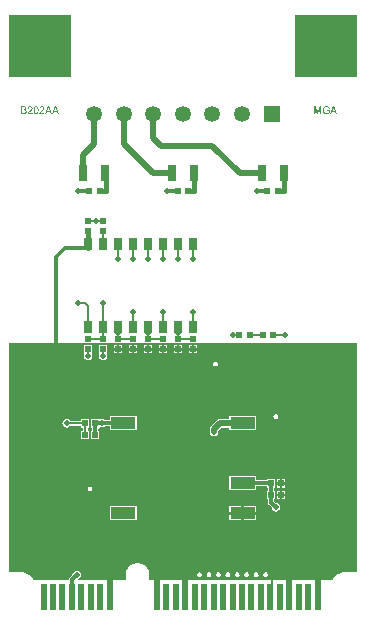
<source format=gtl>
G04*
G04 #@! TF.GenerationSoftware,Altium Limited,Altium Designer,22.1.2 (22)*
G04*
G04 Layer_Physical_Order=1*
G04 Layer_Color=255*
%FSLAX25Y25*%
%MOIN*%
G70*
G04*
G04 #@! TF.SameCoordinates,DC6CBC75-D83B-4164-BAAA-666503FEC379*
G04*
G04*
G04 #@! TF.FilePolarity,Positive*
G04*
G01*
G75*
%ADD11C,0.00787*%
%ADD14R,0.02047X0.01850*%
%ADD15R,0.02756X0.03937*%
%ADD16R,0.01850X0.02047*%
%ADD17R,0.02756X0.05512*%
%ADD18R,0.01968X0.02362*%
%ADD19R,0.08268X0.03937*%
%ADD33R,0.02362X0.09055*%
%ADD34C,0.01181*%
%ADD35C,0.01968*%
%ADD36C,0.01575*%
%ADD37R,0.05315X0.05315*%
%ADD38C,0.05315*%
%ADD39R,0.20866X0.20866*%
%ADD40C,0.01968*%
G36*
X73209Y807D02*
X68898D01*
X68873Y802D01*
X68848Y805D01*
X68540Y790D01*
X68468Y772D01*
X68393D01*
X67788Y652D01*
X67696Y614D01*
X67599Y595D01*
X67029Y358D01*
X66947Y303D01*
X66855Y266D01*
X66342Y-77D01*
X66272Y-147D01*
X66190Y-202D01*
X65753Y-639D01*
X65698Y-721D01*
X65629Y-791D01*
X65286Y-1304D01*
X65248Y-1396D01*
X65193Y-1478D01*
X65003Y-1936D01*
X3956D01*
Y0D01*
X3950Y33D01*
X3954Y66D01*
X3929Y451D01*
X3903Y546D01*
X3897Y645D01*
X3697Y1390D01*
X3639Y1508D01*
X3597Y1632D01*
X3212Y2299D01*
X3125Y2398D01*
X3052Y2507D01*
X2507Y3052D01*
X2398Y3125D01*
X2299Y3212D01*
X1632Y3597D01*
X1507Y3639D01*
X1390Y3697D01*
X645Y3897D01*
X514Y3905D01*
X385Y3931D01*
X-385D01*
X-514Y3905D01*
X-645Y3897D01*
X-1390Y3697D01*
X-1508Y3639D01*
X-1632Y3597D01*
X-2299Y3212D01*
X-2398Y3125D01*
X-2507Y3052D01*
X-3052Y2507D01*
X-3125Y2398D01*
X-3212Y2299D01*
X-3597Y1632D01*
X-3639Y1507D01*
X-3697Y1390D01*
X-3897Y645D01*
X-3903Y546D01*
X-3929Y451D01*
X-3954Y66D01*
X-3950Y33D01*
X-3956Y0D01*
Y-1936D01*
X-19615D01*
X-19914Y-1436D01*
X-19853Y-1321D01*
X-19738Y-1298D01*
X-19282Y-993D01*
X-18978Y-538D01*
X-18871Y0D01*
X-18978Y538D01*
X-19282Y993D01*
X-19738Y1298D01*
X-20276Y1405D01*
X-20813Y1298D01*
X-21269Y993D01*
X-21574Y538D01*
X-21677Y18D01*
X-22560Y-865D01*
X-22777Y-1191D01*
X-22854Y-1575D01*
Y-1936D01*
X-34688D01*
X-34878Y-1478D01*
X-34933Y-1396D01*
X-34971Y-1304D01*
X-35314Y-791D01*
X-35383Y-721D01*
X-35438Y-639D01*
X-35875Y-202D01*
X-35957Y-147D01*
X-36027Y-77D01*
X-36540Y266D01*
X-36632Y303D01*
X-36714Y358D01*
X-37284Y595D01*
X-37381Y614D01*
X-37473Y652D01*
X-38078Y772D01*
X-38153D01*
X-38225Y790D01*
X-38533Y805D01*
X-38558Y802D01*
X-38583Y807D01*
X-42894D01*
Y77121D01*
X73209D01*
Y807D01*
D02*
G37*
G36*
X63101Y156130D02*
X63130D01*
X63199Y156122D01*
X63276Y156111D01*
X63356Y156093D01*
X63443Y156071D01*
X63527Y156042D01*
X63531D01*
X63538Y156038D01*
X63549Y156035D01*
X63563Y156028D01*
X63603Y156006D01*
X63654Y155980D01*
X63709Y155944D01*
X63767Y155900D01*
X63822Y155853D01*
X63873Y155795D01*
X63880Y155787D01*
X63895Y155765D01*
X63916Y155733D01*
X63946Y155685D01*
X63975Y155627D01*
X64007Y155554D01*
X64040Y155474D01*
X64066Y155383D01*
X63763Y155303D01*
Y155307D01*
X63760Y155310D01*
X63756Y155322D01*
X63753Y155336D01*
X63742Y155369D01*
X63727Y155412D01*
X63705Y155463D01*
X63680Y155511D01*
X63654Y155562D01*
X63622Y155605D01*
X63618Y155609D01*
X63607Y155624D01*
X63585Y155642D01*
X63560Y155667D01*
X63527Y155696D01*
X63483Y155726D01*
X63436Y155755D01*
X63381Y155780D01*
X63374Y155784D01*
X63356Y155791D01*
X63323Y155802D01*
X63279Y155816D01*
X63228Y155827D01*
X63170Y155838D01*
X63105Y155846D01*
X63036Y155849D01*
X62995D01*
X62977Y155846D01*
X62955D01*
X62901Y155842D01*
X62839Y155831D01*
X62770Y155820D01*
X62704Y155802D01*
X62639Y155776D01*
X62631Y155773D01*
X62610Y155765D01*
X62581Y155747D01*
X62544Y155729D01*
X62500Y155700D01*
X62453Y155671D01*
X62409Y155634D01*
X62369Y155595D01*
X62366Y155591D01*
X62351Y155576D01*
X62333Y155551D01*
X62311Y155522D01*
X62286Y155485D01*
X62260Y155442D01*
X62235Y155394D01*
X62209Y155343D01*
Y155340D01*
X62206Y155332D01*
X62202Y155322D01*
X62195Y155303D01*
X62187Y155281D01*
X62180Y155256D01*
X62169Y155227D01*
X62162Y155194D01*
X62144Y155118D01*
X62129Y155030D01*
X62118Y154939D01*
X62115Y154837D01*
Y154834D01*
Y154823D01*
Y154805D01*
X62118Y154783D01*
Y154754D01*
X62122Y154717D01*
X62125Y154681D01*
X62129Y154641D01*
X62144Y154550D01*
X62162Y154455D01*
X62191Y154360D01*
X62227Y154270D01*
Y154266D01*
X62235Y154259D01*
X62238Y154248D01*
X62249Y154233D01*
X62275Y154193D01*
X62315Y154142D01*
X62362Y154087D01*
X62420Y154033D01*
X62489Y153982D01*
X62566Y153935D01*
X62570D01*
X62577Y153931D01*
X62588Y153924D01*
X62606Y153916D01*
X62624Y153909D01*
X62650Y153902D01*
X62708Y153880D01*
X62781Y153862D01*
X62861Y153844D01*
X62948Y153829D01*
X63039Y153825D01*
X63076D01*
X63097Y153829D01*
X63119D01*
X63174Y153836D01*
X63239Y153844D01*
X63309Y153858D01*
X63385Y153880D01*
X63461Y153905D01*
X63465D01*
X63472Y153909D01*
X63480Y153913D01*
X63494Y153920D01*
X63534Y153938D01*
X63578Y153960D01*
X63629Y153986D01*
X63683Y154015D01*
X63734Y154048D01*
X63778Y154084D01*
Y154557D01*
X63036D01*
Y154856D01*
X64106D01*
Y153920D01*
X64102Y153916D01*
X64095Y153913D01*
X64080Y153902D01*
X64062Y153887D01*
X64040Y153873D01*
X64015Y153855D01*
X63982Y153833D01*
X63949Y153811D01*
X63873Y153763D01*
X63785Y153713D01*
X63694Y153665D01*
X63596Y153625D01*
X63592D01*
X63585Y153622D01*
X63571Y153618D01*
X63552Y153611D01*
X63527Y153603D01*
X63498Y153593D01*
X63465Y153585D01*
X63432Y153578D01*
X63352Y153560D01*
X63261Y153542D01*
X63163Y153531D01*
X63061Y153527D01*
X63025D01*
X62999Y153531D01*
X62966D01*
X62926Y153534D01*
X62883Y153542D01*
X62835Y153545D01*
X62730Y153567D01*
X62617Y153593D01*
X62500Y153632D01*
X62442Y153654D01*
X62384Y153683D01*
X62380Y153687D01*
X62369Y153691D01*
X62355Y153702D01*
X62333Y153713D01*
X62308Y153731D01*
X62282Y153749D01*
X62213Y153800D01*
X62140Y153866D01*
X62064Y153946D01*
X61991Y154036D01*
X61925Y154142D01*
Y154146D01*
X61918Y154157D01*
X61911Y154171D01*
X61900Y154197D01*
X61889Y154222D01*
X61878Y154259D01*
X61863Y154295D01*
X61849Y154339D01*
X61834Y154386D01*
X61820Y154441D01*
X61809Y154495D01*
X61798Y154553D01*
X61780Y154681D01*
X61772Y154815D01*
Y154819D01*
Y154834D01*
Y154852D01*
X61776Y154877D01*
Y154910D01*
X61780Y154950D01*
X61787Y154990D01*
X61791Y155037D01*
X61802Y155088D01*
X61809Y155143D01*
X61838Y155260D01*
X61874Y155380D01*
X61925Y155500D01*
X61929Y155503D01*
X61933Y155514D01*
X61940Y155529D01*
X61954Y155551D01*
X61969Y155580D01*
X61987Y155609D01*
X62038Y155678D01*
X62100Y155758D01*
X62177Y155835D01*
X62264Y155911D01*
X62315Y155944D01*
X62366Y155977D01*
X62369Y155980D01*
X62380Y155984D01*
X62395Y155991D01*
X62417Y156002D01*
X62446Y156013D01*
X62479Y156028D01*
X62515Y156042D01*
X62559Y156057D01*
X62606Y156071D01*
X62657Y156082D01*
X62712Y156097D01*
X62770Y156108D01*
X62897Y156126D01*
X62963Y156133D01*
X63079D01*
X63101Y156130D01*
D02*
G37*
G36*
X61317Y153571D02*
X60997D01*
Y155678D01*
X60262Y153571D01*
X59963D01*
X59235Y155715D01*
Y153571D01*
X58915D01*
Y156089D01*
X59414D01*
X60011Y154302D01*
Y154299D01*
X60014Y154291D01*
X60018Y154280D01*
X60025Y154262D01*
X60040Y154218D01*
X60058Y154164D01*
X60076Y154102D01*
X60098Y154040D01*
X60116Y153982D01*
X60131Y153931D01*
X60134Y153938D01*
X60138Y153956D01*
X60149Y153989D01*
X60164Y154033D01*
X60182Y154091D01*
X60207Y154160D01*
X60233Y154240D01*
X60265Y154335D01*
X60870Y156089D01*
X61317D01*
Y153571D01*
D02*
G37*
G36*
X66676D02*
X66297D01*
X66002Y154335D01*
X64947D01*
X64674Y153571D01*
X64320D01*
X65281Y156089D01*
X65645D01*
X66676Y153571D01*
D02*
G37*
G36*
X-26149Y153587D02*
X-26527D01*
X-26822Y154351D01*
X-27878D01*
X-28150Y153587D01*
X-28875D01*
X-29170Y154351D01*
X-30225D01*
X-30498Y153587D01*
X-30851D01*
X-29890Y156106D01*
X-29526D01*
X-28500Y153596D01*
X-27543Y156106D01*
X-27179D01*
X-26149Y153587D01*
D02*
G37*
G36*
X-31765Y156113D02*
X-31736Y156109D01*
X-31699Y156106D01*
X-31659Y156099D01*
X-31620Y156091D01*
X-31525Y156066D01*
X-31430Y156029D01*
X-31383Y156008D01*
X-31335Y155982D01*
X-31292Y155949D01*
X-31252Y155913D01*
X-31248Y155909D01*
X-31241Y155906D01*
X-31234Y155891D01*
X-31219Y155877D01*
X-31201Y155858D01*
X-31183Y155833D01*
X-31164Y155807D01*
X-31143Y155775D01*
X-31106Y155705D01*
X-31070Y155618D01*
X-31055Y155574D01*
X-31048Y155524D01*
X-31041Y155473D01*
X-31037Y155418D01*
Y155411D01*
Y155392D01*
X-31041Y155363D01*
X-31044Y155323D01*
X-31052Y155280D01*
X-31066Y155229D01*
X-31081Y155174D01*
X-31103Y155119D01*
X-31106Y155112D01*
X-31113Y155094D01*
X-31128Y155065D01*
X-31150Y155025D01*
X-31179Y154981D01*
X-31215Y154927D01*
X-31259Y154872D01*
X-31310Y154810D01*
X-31317Y154803D01*
X-31335Y154781D01*
X-31354Y154763D01*
X-31372Y154745D01*
X-31394Y154723D01*
X-31423Y154694D01*
X-31452Y154664D01*
X-31488Y154632D01*
X-31525Y154595D01*
X-31569Y154555D01*
X-31616Y154515D01*
X-31667Y154468D01*
X-31725Y154421D01*
X-31783Y154370D01*
X-31787Y154366D01*
X-31794Y154359D01*
X-31809Y154348D01*
X-31827Y154333D01*
X-31849Y154311D01*
X-31874Y154289D01*
X-31933Y154242D01*
X-31994Y154188D01*
X-32053Y154133D01*
X-32104Y154086D01*
X-32125Y154068D01*
X-32144Y154049D01*
X-32147Y154046D01*
X-32158Y154035D01*
X-32173Y154020D01*
X-32191Y153998D01*
X-32209Y153973D01*
X-32231Y153947D01*
X-32275Y153885D01*
X-31033D01*
Y153587D01*
X-32704D01*
Y153591D01*
Y153605D01*
Y153627D01*
X-32700Y153656D01*
X-32697Y153689D01*
X-32690Y153725D01*
X-32682Y153762D01*
X-32668Y153802D01*
Y153805D01*
X-32664Y153809D01*
X-32657Y153831D01*
X-32642Y153864D01*
X-32620Y153907D01*
X-32591Y153958D01*
X-32555Y154016D01*
X-32515Y154075D01*
X-32464Y154137D01*
Y154140D01*
X-32457Y154144D01*
X-32438Y154166D01*
X-32406Y154199D01*
X-32358Y154246D01*
X-32304Y154300D01*
X-32235Y154366D01*
X-32151Y154439D01*
X-32060Y154515D01*
X-32056Y154519D01*
X-32042Y154530D01*
X-32020Y154548D01*
X-31994Y154570D01*
X-31962Y154599D01*
X-31922Y154632D01*
X-31881Y154668D01*
X-31834Y154708D01*
X-31743Y154796D01*
X-31652Y154883D01*
X-31609Y154927D01*
X-31569Y154970D01*
X-31532Y155010D01*
X-31503Y155050D01*
Y155054D01*
X-31496Y155058D01*
X-31488Y155069D01*
X-31481Y155083D01*
X-31456Y155123D01*
X-31427Y155170D01*
X-31401Y155229D01*
X-31376Y155290D01*
X-31361Y155360D01*
X-31354Y155425D01*
Y155429D01*
Y155432D01*
X-31357Y155454D01*
X-31361Y155491D01*
X-31372Y155531D01*
X-31387Y155582D01*
X-31412Y155633D01*
X-31445Y155684D01*
X-31488Y155735D01*
X-31496Y155742D01*
X-31514Y155756D01*
X-31539Y155775D01*
X-31579Y155800D01*
X-31630Y155822D01*
X-31689Y155844D01*
X-31758Y155858D01*
X-31834Y155862D01*
X-31856D01*
X-31871Y155858D01*
X-31914Y155855D01*
X-31965Y155844D01*
X-32020Y155829D01*
X-32082Y155804D01*
X-32140Y155771D01*
X-32195Y155727D01*
X-32202Y155720D01*
X-32216Y155702D01*
X-32238Y155673D01*
X-32260Y155629D01*
X-32286Y155578D01*
X-32307Y155513D01*
X-32322Y155440D01*
X-32329Y155356D01*
X-32646Y155389D01*
Y155392D01*
X-32642Y155403D01*
Y155422D01*
X-32639Y155447D01*
X-32631Y155476D01*
X-32624Y155509D01*
X-32613Y155549D01*
X-32602Y155589D01*
X-32573Y155676D01*
X-32530Y155764D01*
X-32504Y155807D01*
X-32471Y155851D01*
X-32438Y155891D01*
X-32402Y155928D01*
X-32398Y155931D01*
X-32391Y155935D01*
X-32380Y155946D01*
X-32362Y155957D01*
X-32340Y155971D01*
X-32315Y155986D01*
X-32286Y156004D01*
X-32249Y156022D01*
X-32209Y156040D01*
X-32165Y156059D01*
X-32118Y156073D01*
X-32067Y156088D01*
X-32013Y156099D01*
X-31954Y156109D01*
X-31892Y156113D01*
X-31827Y156117D01*
X-31791D01*
X-31765Y156113D01*
D02*
G37*
G36*
X-35682D02*
X-35653Y156109D01*
X-35616Y156106D01*
X-35576Y156099D01*
X-35536Y156091D01*
X-35441Y156066D01*
X-35347Y156029D01*
X-35300Y156008D01*
X-35252Y155982D01*
X-35208Y155949D01*
X-35168Y155913D01*
X-35165Y155909D01*
X-35157Y155906D01*
X-35150Y155891D01*
X-35136Y155877D01*
X-35118Y155858D01*
X-35099Y155833D01*
X-35081Y155807D01*
X-35059Y155775D01*
X-35023Y155705D01*
X-34986Y155618D01*
X-34972Y155574D01*
X-34965Y155524D01*
X-34957Y155473D01*
X-34954Y155418D01*
Y155411D01*
Y155392D01*
X-34957Y155363D01*
X-34961Y155323D01*
X-34968Y155280D01*
X-34983Y155229D01*
X-34997Y155174D01*
X-35019Y155119D01*
X-35023Y155112D01*
X-35030Y155094D01*
X-35045Y155065D01*
X-35067Y155025D01*
X-35096Y154981D01*
X-35132Y154927D01*
X-35176Y154872D01*
X-35227Y154810D01*
X-35234Y154803D01*
X-35252Y154781D01*
X-35270Y154763D01*
X-35289Y154745D01*
X-35310Y154723D01*
X-35339Y154694D01*
X-35369Y154664D01*
X-35405Y154632D01*
X-35441Y154595D01*
X-35485Y154555D01*
X-35533Y154515D01*
X-35583Y154468D01*
X-35642Y154421D01*
X-35700Y154370D01*
X-35704Y154366D01*
X-35711Y154359D01*
X-35725Y154348D01*
X-35744Y154333D01*
X-35765Y154311D01*
X-35791Y154289D01*
X-35849Y154242D01*
X-35911Y154188D01*
X-35969Y154133D01*
X-36020Y154086D01*
X-36042Y154068D01*
X-36060Y154049D01*
X-36064Y154046D01*
X-36075Y154035D01*
X-36089Y154020D01*
X-36108Y153998D01*
X-36126Y153973D01*
X-36148Y153947D01*
X-36191Y153885D01*
X-34950D01*
Y153587D01*
X-36621D01*
Y153591D01*
Y153605D01*
Y153627D01*
X-36617Y153656D01*
X-36614Y153689D01*
X-36606Y153725D01*
X-36599Y153762D01*
X-36584Y153802D01*
Y153805D01*
X-36581Y153809D01*
X-36573Y153831D01*
X-36559Y153864D01*
X-36537Y153907D01*
X-36508Y153958D01*
X-36472Y154016D01*
X-36432Y154075D01*
X-36381Y154137D01*
Y154140D01*
X-36373Y154144D01*
X-36355Y154166D01*
X-36322Y154199D01*
X-36275Y154246D01*
X-36220Y154300D01*
X-36151Y154366D01*
X-36068Y154439D01*
X-35976Y154515D01*
X-35973Y154519D01*
X-35958Y154530D01*
X-35936Y154548D01*
X-35911Y154570D01*
X-35878Y154599D01*
X-35838Y154632D01*
X-35798Y154668D01*
X-35751Y154708D01*
X-35660Y154796D01*
X-35569Y154883D01*
X-35525Y154927D01*
X-35485Y154970D01*
X-35449Y155010D01*
X-35420Y155050D01*
Y155054D01*
X-35412Y155058D01*
X-35405Y155069D01*
X-35398Y155083D01*
X-35372Y155123D01*
X-35343Y155170D01*
X-35318Y155229D01*
X-35292Y155290D01*
X-35278Y155360D01*
X-35270Y155425D01*
Y155429D01*
Y155432D01*
X-35274Y155454D01*
X-35278Y155491D01*
X-35289Y155531D01*
X-35303Y155582D01*
X-35329Y155633D01*
X-35361Y155684D01*
X-35405Y155735D01*
X-35412Y155742D01*
X-35430Y155756D01*
X-35456Y155775D01*
X-35496Y155800D01*
X-35547Y155822D01*
X-35605Y155844D01*
X-35674Y155858D01*
X-35751Y155862D01*
X-35773D01*
X-35787Y155858D01*
X-35831Y155855D01*
X-35882Y155844D01*
X-35936Y155829D01*
X-35998Y155804D01*
X-36057Y155771D01*
X-36111Y155727D01*
X-36119Y155720D01*
X-36133Y155702D01*
X-36155Y155673D01*
X-36177Y155629D01*
X-36202Y155578D01*
X-36224Y155513D01*
X-36239Y155440D01*
X-36246Y155356D01*
X-36563Y155389D01*
Y155392D01*
X-36559Y155403D01*
Y155422D01*
X-36555Y155447D01*
X-36548Y155476D01*
X-36541Y155509D01*
X-36530Y155549D01*
X-36519Y155589D01*
X-36490Y155676D01*
X-36446Y155764D01*
X-36421Y155807D01*
X-36388Y155851D01*
X-36355Y155891D01*
X-36319Y155928D01*
X-36315Y155931D01*
X-36308Y155935D01*
X-36297Y155946D01*
X-36279Y155957D01*
X-36257Y155971D01*
X-36231Y155986D01*
X-36202Y156004D01*
X-36166Y156022D01*
X-36126Y156040D01*
X-36082Y156059D01*
X-36035Y156073D01*
X-35984Y156088D01*
X-35929Y156099D01*
X-35871Y156109D01*
X-35809Y156113D01*
X-35744Y156117D01*
X-35707D01*
X-35682Y156113D01*
D02*
G37*
G36*
X-37797Y156102D02*
X-37767D01*
X-37702Y156095D01*
X-37629Y156088D01*
X-37553Y156073D01*
X-37476Y156055D01*
X-37407Y156029D01*
X-37403D01*
X-37400Y156026D01*
X-37378Y156015D01*
X-37345Y155997D01*
X-37309Y155971D01*
X-37265Y155938D01*
X-37218Y155898D01*
X-37174Y155847D01*
X-37134Y155793D01*
X-37130Y155786D01*
X-37119Y155764D01*
X-37101Y155735D01*
X-37083Y155691D01*
X-37065Y155640D01*
X-37047Y155585D01*
X-37036Y155524D01*
X-37032Y155462D01*
Y155454D01*
Y155436D01*
X-37036Y155403D01*
X-37043Y155363D01*
X-37054Y155316D01*
X-37072Y155265D01*
X-37094Y155214D01*
X-37123Y155159D01*
X-37127Y155152D01*
X-37138Y155138D01*
X-37159Y155108D01*
X-37189Y155079D01*
X-37225Y155043D01*
X-37269Y155003D01*
X-37323Y154967D01*
X-37385Y154930D01*
X-37382D01*
X-37374Y154927D01*
X-37363Y154923D01*
X-37349Y154916D01*
X-37305Y154901D01*
X-37254Y154876D01*
X-37200Y154843D01*
X-37138Y154803D01*
X-37083Y154755D01*
X-37032Y154697D01*
X-37029Y154690D01*
X-37014Y154668D01*
X-36992Y154635D01*
X-36970Y154592D01*
X-36948Y154533D01*
X-36927Y154472D01*
X-36912Y154399D01*
X-36908Y154319D01*
Y154315D01*
Y154311D01*
Y154289D01*
X-36912Y154253D01*
X-36919Y154209D01*
X-36927Y154158D01*
X-36941Y154104D01*
X-36959Y154046D01*
X-36985Y153987D01*
X-36988Y153980D01*
X-36999Y153962D01*
X-37014Y153936D01*
X-37036Y153900D01*
X-37065Y153864D01*
X-37094Y153824D01*
X-37130Y153784D01*
X-37170Y153751D01*
X-37174Y153747D01*
X-37189Y153736D01*
X-37214Y153722D01*
X-37247Y153707D01*
X-37287Y153685D01*
X-37334Y153663D01*
X-37385Y153645D01*
X-37447Y153627D01*
X-37454D01*
X-37476Y153620D01*
X-37513Y153616D01*
X-37560Y153609D01*
X-37618Y153602D01*
X-37687Y153594D01*
X-37764Y153591D01*
X-37851Y153587D01*
X-38812D01*
Y156106D01*
X-37822D01*
X-37797Y156102D01*
D02*
G37*
G36*
X-33723Y156113D02*
X-33676Y156106D01*
X-33621Y156095D01*
X-33563Y156080D01*
X-33501Y156062D01*
X-33443Y156033D01*
X-33439D01*
X-33436Y156029D01*
X-33418Y156018D01*
X-33389Y156000D01*
X-33352Y155975D01*
X-33312Y155938D01*
X-33268Y155898D01*
X-33228Y155851D01*
X-33188Y155797D01*
X-33185Y155789D01*
X-33170Y155771D01*
X-33156Y155738D01*
X-33130Y155691D01*
X-33108Y155636D01*
X-33079Y155574D01*
X-33054Y155502D01*
X-33032Y155422D01*
Y155418D01*
X-33028Y155411D01*
X-33024Y155400D01*
X-33021Y155382D01*
X-33017Y155360D01*
X-33014Y155334D01*
X-33006Y155301D01*
X-33003Y155265D01*
X-32995Y155225D01*
X-32992Y155181D01*
X-32988Y155130D01*
X-32981Y155079D01*
X-32977Y155021D01*
Y154963D01*
X-32974Y154897D01*
Y154828D01*
Y154825D01*
Y154810D01*
Y154785D01*
Y154755D01*
X-32977Y154715D01*
Y154672D01*
X-32981Y154624D01*
X-32984Y154573D01*
X-32995Y154457D01*
X-33014Y154337D01*
X-33035Y154220D01*
X-33050Y154166D01*
X-33068Y154111D01*
Y154107D01*
X-33072Y154100D01*
X-33079Y154086D01*
X-33086Y154068D01*
X-33094Y154042D01*
X-33108Y154016D01*
X-33137Y153955D01*
X-33174Y153889D01*
X-33221Y153816D01*
X-33276Y153751D01*
X-33341Y153689D01*
X-33345D01*
X-33349Y153682D01*
X-33359Y153674D01*
X-33374Y153667D01*
X-33392Y153656D01*
X-33410Y153642D01*
X-33465Y153616D01*
X-33531Y153591D01*
X-33607Y153565D01*
X-33698Y153551D01*
X-33796Y153543D01*
X-33833D01*
X-33858Y153547D01*
X-33887Y153551D01*
X-33924Y153558D01*
X-33964Y153565D01*
X-34007Y153576D01*
X-34051Y153591D01*
X-34098Y153605D01*
X-34146Y153627D01*
X-34193Y153653D01*
X-34240Y153682D01*
X-34288Y153718D01*
X-34331Y153758D01*
X-34371Y153802D01*
X-34375Y153805D01*
X-34382Y153816D01*
X-34393Y153834D01*
X-34411Y153864D01*
X-34429Y153896D01*
X-34448Y153940D01*
X-34473Y153991D01*
X-34495Y154049D01*
X-34517Y154115D01*
X-34539Y154191D01*
X-34561Y154275D01*
X-34579Y154370D01*
X-34597Y154472D01*
X-34608Y154581D01*
X-34615Y154701D01*
X-34619Y154828D01*
Y154832D01*
Y154846D01*
Y154872D01*
Y154901D01*
X-34615Y154941D01*
Y154985D01*
X-34611Y155032D01*
X-34608Y155087D01*
X-34597Y155200D01*
X-34579Y155320D01*
X-34557Y155440D01*
X-34542Y155494D01*
X-34528Y155549D01*
Y155553D01*
X-34524Y155560D01*
X-34517Y155574D01*
X-34510Y155593D01*
X-34502Y155618D01*
X-34488Y155644D01*
X-34459Y155705D01*
X-34422Y155771D01*
X-34375Y155840D01*
X-34320Y155909D01*
X-34255Y155968D01*
X-34251D01*
X-34247Y155975D01*
X-34237Y155982D01*
X-34222Y155989D01*
X-34204Y156004D01*
X-34182Y156015D01*
X-34127Y156044D01*
X-34062Y156070D01*
X-33985Y156095D01*
X-33895Y156109D01*
X-33796Y156117D01*
X-33763D01*
X-33723Y156113D01*
D02*
G37*
%LPC*%
G36*
X19988Y76398D02*
X18965D01*
Y75472D01*
X19988D01*
Y76398D01*
D02*
G37*
G36*
X14988D02*
X13965D01*
Y75472D01*
X14988D01*
Y76398D01*
D02*
G37*
G36*
X9988D02*
X8965D01*
Y75472D01*
X9988D01*
Y76398D01*
D02*
G37*
G36*
X4988D02*
X3965D01*
Y75472D01*
X4988D01*
Y76398D01*
D02*
G37*
G36*
X-12D02*
X-1035D01*
Y75472D01*
X-12D01*
Y76398D01*
D02*
G37*
G36*
X-5012D02*
X-6035D01*
Y75472D01*
X-5012D01*
Y76398D01*
D02*
G37*
G36*
X18177D02*
X17154D01*
Y75472D01*
X18177D01*
Y76398D01*
D02*
G37*
G36*
X-6823D02*
X-7846D01*
Y75472D01*
X-6823D01*
Y76398D01*
D02*
G37*
G36*
X-1823D02*
X-2847D01*
Y75472D01*
X-1823D01*
Y76398D01*
D02*
G37*
G36*
X13177D02*
X12154D01*
Y75472D01*
X13177D01*
Y76398D01*
D02*
G37*
G36*
X3177D02*
X2153D01*
Y75472D01*
X3177D01*
Y76398D01*
D02*
G37*
G36*
X8177D02*
X7153D01*
Y75472D01*
X8177D01*
Y76398D01*
D02*
G37*
G36*
X19988Y74685D02*
X18965D01*
Y73760D01*
X19988D01*
Y74685D01*
D02*
G37*
G36*
X18177D02*
X17154D01*
Y73760D01*
X18177D01*
Y74685D01*
D02*
G37*
G36*
X14988D02*
X13965D01*
Y73760D01*
X14988D01*
Y74685D01*
D02*
G37*
G36*
X13177D02*
X12154D01*
Y73760D01*
X13177D01*
Y74685D01*
D02*
G37*
G36*
X9988D02*
X8965D01*
Y73760D01*
X9988D01*
Y74685D01*
D02*
G37*
G36*
X8177D02*
X7153D01*
Y73760D01*
X8177D01*
Y74685D01*
D02*
G37*
G36*
X4988D02*
X3965D01*
Y73760D01*
X4988D01*
Y74685D01*
D02*
G37*
G36*
X3177D02*
X2153D01*
Y73760D01*
X3177D01*
Y74685D01*
D02*
G37*
G36*
X-12D02*
X-1035D01*
Y73760D01*
X-12D01*
Y74685D01*
D02*
G37*
G36*
X-1823D02*
X-2847D01*
Y73760D01*
X-1823D01*
Y74685D01*
D02*
G37*
G36*
X-5012D02*
X-6035D01*
Y73760D01*
X-5012D01*
Y74685D01*
D02*
G37*
G36*
X-6823D02*
X-7846D01*
Y73760D01*
X-6823D01*
Y74685D01*
D02*
G37*
G36*
X-10012Y76398D02*
X-12846D01*
Y73760D01*
X-12846Y73760D01*
X-12750Y73260D01*
X-12834Y72835D01*
X-12727Y72297D01*
X-12423Y71841D01*
X-11967Y71537D01*
X-11429Y71430D01*
X-10892Y71537D01*
X-10436Y71841D01*
X-10131Y72297D01*
X-10024Y72835D01*
X-10109Y73260D01*
X-10012Y73760D01*
X-10012D01*
Y76398D01*
D02*
G37*
G36*
X-15012D02*
X-17846D01*
Y73760D01*
X-17846Y73760D01*
X-17750Y73260D01*
X-17834Y72835D01*
X-17727Y72297D01*
X-17423Y71841D01*
X-16967Y71537D01*
X-16429Y71430D01*
X-15891Y71537D01*
X-15436Y71841D01*
X-15131Y72297D01*
X-15024Y72835D01*
X-15109Y73260D01*
X-15012Y73760D01*
X-15012D01*
Y76398D01*
D02*
G37*
G36*
X26047Y71078D02*
X25740Y71017D01*
X25480Y70843D01*
X25306Y70583D01*
X25244Y70276D01*
X25306Y69968D01*
X25480Y69708D01*
X25740Y69534D01*
X26047Y69473D01*
X26355Y69534D01*
X26615Y69708D01*
X26789Y69968D01*
X26850Y70276D01*
X26789Y70583D01*
X26615Y70843D01*
X26355Y71017D01*
X26047Y71078D01*
D02*
G37*
G36*
X46122Y53559D02*
X45815Y53498D01*
X45554Y53324D01*
X45380Y53063D01*
X45319Y52756D01*
X45380Y52449D01*
X45554Y52188D01*
X45815Y52014D01*
X46122Y51953D01*
X46429Y52014D01*
X46690Y52188D01*
X46864Y52449D01*
X46925Y52756D01*
X46864Y53063D01*
X46690Y53324D01*
X46429Y53498D01*
X46122Y53559D01*
D02*
G37*
G36*
X-197Y52795D02*
X-9252D01*
Y51437D01*
X-10780D01*
X-10818Y51493D01*
X-11273Y51798D01*
X-11811Y51905D01*
X-12236Y51820D01*
X-12736Y51850D01*
X-12736Y51850D01*
X-12736Y51850D01*
X-15374D01*
Y49016D01*
X-15059D01*
Y47913D01*
X-15374D01*
Y45079D01*
X-12736D01*
Y47913D01*
X-13052D01*
Y48674D01*
X-12736Y49016D01*
X-12236Y49180D01*
X-11811Y49095D01*
X-11273Y49202D01*
X-10933Y49430D01*
X-9252D01*
Y48071D01*
X-197D01*
Y52795D01*
D02*
G37*
G36*
X-16122Y51850D02*
X-18760D01*
Y51236D01*
X-22501D01*
X-22629Y51427D01*
X-23084Y51731D01*
X-23622Y51838D01*
X-24160Y51731D01*
X-24615Y51427D01*
X-24920Y50971D01*
X-25027Y50433D01*
X-24920Y49895D01*
X-24615Y49440D01*
X-24160Y49135D01*
X-23622Y49028D01*
X-23084Y49135D01*
X-22629Y49440D01*
X-22501Y49630D01*
X-18760D01*
Y49016D01*
X-18244D01*
Y47913D01*
X-18760D01*
Y45079D01*
X-16122D01*
Y47913D01*
X-16638D01*
Y49016D01*
X-16122D01*
Y51850D01*
D02*
G37*
G36*
X39567Y52795D02*
X30512D01*
Y51838D01*
X27433D01*
X26895Y51731D01*
X26440Y51427D01*
X24507Y49494D01*
X24202Y49038D01*
X24095Y48500D01*
Y47500D01*
X24202Y46962D01*
X24507Y46507D01*
X24962Y46202D01*
X25500Y46095D01*
X26038Y46202D01*
X26493Y46507D01*
X26798Y46962D01*
X26905Y47500D01*
Y47918D01*
X28015Y49028D01*
X30512D01*
Y48071D01*
X39567D01*
Y52795D01*
D02*
G37*
G36*
X49272Y31850D02*
X48346D01*
Y30827D01*
X49272D01*
Y31850D01*
D02*
G37*
G36*
X47559D02*
X46634D01*
Y30827D01*
X47559D01*
Y31850D01*
D02*
G37*
G36*
X49272Y30039D02*
X48346D01*
Y29016D01*
X49272D01*
Y30039D01*
D02*
G37*
G36*
X47559D02*
X46634D01*
Y29016D01*
X47559D01*
Y30039D01*
D02*
G37*
G36*
X-15807Y29346D02*
X-16114Y29285D01*
X-16375Y29111D01*
X-16549Y28850D01*
X-16610Y28543D01*
X-16549Y28236D01*
X-16375Y27976D01*
X-16114Y27802D01*
X-15807Y27740D01*
X-15500Y27802D01*
X-15239Y27976D01*
X-15065Y28236D01*
X-15004Y28543D01*
X-15065Y28850D01*
X-15239Y29111D01*
X-15500Y29285D01*
X-15807Y29346D01*
D02*
G37*
G36*
X49272Y27913D02*
X48346D01*
Y26890D01*
X49272D01*
Y27913D01*
D02*
G37*
G36*
X47559D02*
X46634D01*
Y26890D01*
X47559D01*
Y27913D01*
D02*
G37*
G36*
X49272Y26102D02*
X48346D01*
Y25079D01*
X49272D01*
Y26102D01*
D02*
G37*
G36*
X47559D02*
X46634D01*
Y25079D01*
X47559D01*
Y26102D01*
D02*
G37*
G36*
X39567Y32795D02*
X30512D01*
Y28071D01*
X39567D01*
Y29430D01*
X43248D01*
Y29016D01*
X43563D01*
Y27913D01*
X43248D01*
Y25079D01*
X43563D01*
Y23996D01*
X43640Y23612D01*
X43857Y23287D01*
X44721Y22423D01*
X44824Y21903D01*
X45129Y21448D01*
X45584Y21143D01*
X46122Y21036D01*
X46660Y21143D01*
X47115Y21448D01*
X47420Y21903D01*
X47527Y22441D01*
X47420Y22979D01*
X47115Y23434D01*
X46660Y23739D01*
X46140Y23842D01*
X45570Y24412D01*
Y25079D01*
X45886D01*
Y27913D01*
X45570D01*
Y29016D01*
X45886D01*
Y31850D01*
X43248D01*
Y31437D01*
X39567D01*
Y32795D01*
D02*
G37*
G36*
Y22795D02*
X35433D01*
Y20827D01*
X39567D01*
Y22795D01*
D02*
G37*
G36*
X34646D02*
X30512D01*
Y20827D01*
X34646D01*
Y22795D01*
D02*
G37*
G36*
X39567Y20039D02*
X35433D01*
Y18071D01*
X39567D01*
Y20039D01*
D02*
G37*
G36*
X34646D02*
X30512D01*
Y18071D01*
X34646D01*
Y20039D01*
D02*
G37*
G36*
X-197Y22795D02*
X-9252D01*
Y18071D01*
X-197D01*
Y22795D01*
D02*
G37*
G36*
X42717Y803D02*
X42409Y742D01*
X42149Y568D01*
X41975Y307D01*
X41914Y0D01*
X41975Y-307D01*
X42149Y-568D01*
X42409Y-742D01*
X42717Y-803D01*
X43024Y-742D01*
X43284Y-568D01*
X43458Y-307D01*
X43519Y0D01*
X43458Y307D01*
X43284Y568D01*
X43024Y742D01*
X42717Y803D01*
D02*
G37*
G36*
X39567D02*
X39260Y742D01*
X38999Y568D01*
X38825Y307D01*
X38764Y0D01*
X38825Y-307D01*
X38999Y-568D01*
X39260Y-742D01*
X39567Y-803D01*
X39874Y-742D01*
X40135Y-568D01*
X40309Y-307D01*
X40370Y0D01*
X40309Y307D01*
X40135Y568D01*
X39874Y742D01*
X39567Y803D01*
D02*
G37*
G36*
X36417D02*
X36110Y742D01*
X35850Y568D01*
X35676Y307D01*
X35614Y0D01*
X35676Y-307D01*
X35850Y-568D01*
X36110Y-742D01*
X36417Y-803D01*
X36724Y-742D01*
X36985Y-568D01*
X37159Y-307D01*
X37220Y0D01*
X37159Y307D01*
X36985Y568D01*
X36724Y742D01*
X36417Y803D01*
D02*
G37*
G36*
X33268D02*
X32961Y742D01*
X32700Y568D01*
X32526Y307D01*
X32465Y0D01*
X32526Y-307D01*
X32700Y-568D01*
X32961Y-742D01*
X33268Y-803D01*
X33575Y-742D01*
X33835Y-568D01*
X34009Y-307D01*
X34071Y0D01*
X34009Y307D01*
X33835Y568D01*
X33575Y742D01*
X33268Y803D01*
D02*
G37*
G36*
X30118D02*
X29811Y742D01*
X29550Y568D01*
X29376Y307D01*
X29315Y0D01*
X29376Y-307D01*
X29550Y-568D01*
X29811Y-742D01*
X30118Y-803D01*
X30425Y-742D01*
X30686Y-568D01*
X30860Y-307D01*
X30921Y0D01*
X30860Y307D01*
X30686Y568D01*
X30425Y742D01*
X30118Y803D01*
D02*
G37*
G36*
X26969D02*
X26661Y742D01*
X26401Y568D01*
X26227Y307D01*
X26166Y0D01*
X26227Y-307D01*
X26401Y-568D01*
X26661Y-742D01*
X26969Y-803D01*
X27276Y-742D01*
X27536Y-568D01*
X27710Y-307D01*
X27771Y0D01*
X27710Y307D01*
X27536Y568D01*
X27276Y742D01*
X26969Y803D01*
D02*
G37*
G36*
X23819D02*
X23512Y742D01*
X23251Y568D01*
X23077Y307D01*
X23016Y0D01*
X23077Y-307D01*
X23251Y-568D01*
X23512Y-742D01*
X23819Y-803D01*
X24126Y-742D01*
X24387Y-568D01*
X24561Y-307D01*
X24622Y0D01*
X24561Y307D01*
X24387Y568D01*
X24126Y742D01*
X23819Y803D01*
D02*
G37*
G36*
X20669D02*
X20362Y742D01*
X20102Y568D01*
X19928Y307D01*
X19866Y0D01*
X19928Y-307D01*
X20102Y-568D01*
X20362Y-742D01*
X20669Y-803D01*
X20977Y-742D01*
X21237Y-568D01*
X21411Y-307D01*
X21472Y0D01*
X21411Y307D01*
X21237Y568D01*
X20977Y742D01*
X20669Y803D01*
D02*
G37*
G36*
X65456Y155827D02*
Y155824D01*
X65452Y155816D01*
Y155802D01*
X65445Y155787D01*
X65442Y155762D01*
X65434Y155736D01*
X65420Y155675D01*
X65402Y155602D01*
X65376Y155522D01*
X65351Y155434D01*
X65318Y155343D01*
X65045Y154608D01*
X65897D01*
X65635Y155300D01*
Y155303D01*
X65631Y155314D01*
X65624Y155332D01*
X65616Y155354D01*
X65605Y155380D01*
X65594Y155412D01*
X65583Y155449D01*
X65569Y155485D01*
X65540Y155569D01*
X65511Y155656D01*
X65482Y155744D01*
X65456Y155827D01*
D02*
G37*
G36*
X-27368Y155844D02*
Y155840D01*
X-27372Y155833D01*
Y155818D01*
X-27379Y155804D01*
X-27382Y155778D01*
X-27390Y155753D01*
X-27404Y155691D01*
X-27422Y155618D01*
X-27448Y155538D01*
X-27474Y155451D01*
X-27506Y155360D01*
X-27779Y154624D01*
X-26928D01*
X-27190Y155316D01*
Y155320D01*
X-27193Y155331D01*
X-27200Y155349D01*
X-27208Y155371D01*
X-27219Y155396D01*
X-27230Y155429D01*
X-27240Y155465D01*
X-27255Y155502D01*
X-27284Y155585D01*
X-27313Y155673D01*
X-27343Y155760D01*
X-27368Y155844D01*
D02*
G37*
G36*
X-29716D02*
Y155840D01*
X-29719Y155833D01*
Y155818D01*
X-29727Y155804D01*
X-29730Y155778D01*
X-29738Y155753D01*
X-29752Y155691D01*
X-29770Y155618D01*
X-29796Y155538D01*
X-29821Y155451D01*
X-29854Y155360D01*
X-30127Y154624D01*
X-29275D01*
X-29537Y155316D01*
Y155320D01*
X-29541Y155331D01*
X-29548Y155349D01*
X-29556Y155371D01*
X-29566Y155396D01*
X-29577Y155429D01*
X-29588Y155465D01*
X-29603Y155502D01*
X-29632Y155585D01*
X-29661Y155673D01*
X-29690Y155760D01*
X-29716Y155844D01*
D02*
G37*
G36*
X-37880Y155807D02*
X-38477D01*
Y155050D01*
X-37858D01*
X-37811Y155054D01*
X-37760Y155058D01*
X-37709Y155061D01*
X-37658Y155069D01*
X-37618Y155076D01*
X-37611Y155079D01*
X-37596Y155083D01*
X-37574Y155094D01*
X-37545Y155108D01*
X-37516Y155123D01*
X-37484Y155145D01*
X-37451Y155174D01*
X-37425Y155203D01*
X-37422Y155207D01*
X-37414Y155218D01*
X-37403Y155240D01*
X-37393Y155265D01*
X-37382Y155294D01*
X-37371Y155331D01*
X-37363Y155374D01*
X-37360Y155422D01*
Y155429D01*
Y155443D01*
X-37363Y155465D01*
X-37367Y155494D01*
X-37374Y155531D01*
X-37385Y155567D01*
X-37400Y155604D01*
X-37422Y155640D01*
X-37425Y155644D01*
X-37433Y155655D01*
X-37447Y155673D01*
X-37465Y155691D01*
X-37491Y155713D01*
X-37520Y155735D01*
X-37556Y155756D01*
X-37596Y155771D01*
X-37600D01*
X-37618Y155778D01*
X-37644Y155782D01*
X-37684Y155789D01*
X-37738Y155797D01*
X-37800Y155800D01*
X-37880Y155807D01*
D02*
G37*
G36*
X-37815Y154752D02*
X-38477D01*
Y153885D01*
X-37760D01*
X-37684Y153889D01*
X-37651Y153893D01*
X-37622Y153896D01*
X-37618D01*
X-37604Y153900D01*
X-37582Y153904D01*
X-37556Y153911D01*
X-37494Y153933D01*
X-37433Y153962D01*
X-37429Y153966D01*
X-37418Y153973D01*
X-37403Y153984D01*
X-37385Y153998D01*
X-37367Y154020D01*
X-37341Y154042D01*
X-37323Y154071D01*
X-37301Y154104D01*
X-37298Y154107D01*
X-37294Y154118D01*
X-37287Y154140D01*
X-37276Y154166D01*
X-37265Y154195D01*
X-37258Y154231D01*
X-37254Y154275D01*
X-37251Y154319D01*
Y154326D01*
Y154341D01*
X-37254Y154370D01*
X-37262Y154402D01*
X-37269Y154439D01*
X-37283Y154479D01*
X-37301Y154519D01*
X-37327Y154559D01*
X-37331Y154562D01*
X-37341Y154577D01*
X-37356Y154595D01*
X-37378Y154617D01*
X-37407Y154643D01*
X-37444Y154668D01*
X-37484Y154690D01*
X-37531Y154708D01*
X-37538Y154712D01*
X-37553Y154715D01*
X-37585Y154723D01*
X-37626Y154730D01*
X-37676Y154737D01*
X-37738Y154745D01*
X-37815Y154752D01*
D02*
G37*
G36*
X-33800Y155862D02*
X-33822D01*
X-33836Y155858D01*
X-33876Y155851D01*
X-33924Y155840D01*
X-33978Y155818D01*
X-34036Y155786D01*
X-34065Y155764D01*
X-34095Y155742D01*
X-34120Y155713D01*
X-34146Y155680D01*
Y155676D01*
X-34153Y155669D01*
X-34160Y155655D01*
X-34171Y155636D01*
X-34182Y155607D01*
X-34197Y155574D01*
X-34207Y155534D01*
X-34222Y155487D01*
X-34237Y155432D01*
X-34251Y155371D01*
X-34266Y155301D01*
X-34277Y155225D01*
X-34288Y155138D01*
X-34295Y155043D01*
X-34299Y154941D01*
X-34302Y154828D01*
Y154821D01*
Y154803D01*
Y154770D01*
X-34299Y154726D01*
Y154679D01*
X-34295Y154621D01*
X-34291Y154559D01*
X-34284Y154493D01*
X-34266Y154351D01*
X-34255Y154282D01*
X-34240Y154217D01*
X-34226Y154155D01*
X-34204Y154097D01*
X-34182Y154046D01*
X-34157Y154002D01*
Y153998D01*
X-34149Y153995D01*
X-34131Y153969D01*
X-34098Y153936D01*
X-34058Y153900D01*
X-34004Y153864D01*
X-33942Y153831D01*
X-33873Y153805D01*
X-33836Y153802D01*
X-33796Y153798D01*
X-33774D01*
X-33760Y153802D01*
X-33723Y153809D01*
X-33672Y153824D01*
X-33618Y153849D01*
X-33556Y153885D01*
X-33527Y153907D01*
X-33498Y153936D01*
X-33469Y153966D01*
X-33439Y154002D01*
Y154006D01*
X-33432Y154013D01*
X-33425Y154024D01*
X-33418Y154042D01*
X-33403Y154068D01*
X-33392Y154100D01*
X-33378Y154137D01*
X-33363Y154180D01*
X-33352Y154235D01*
X-33338Y154293D01*
X-33323Y154362D01*
X-33312Y154435D01*
X-33305Y154523D01*
X-33298Y154613D01*
X-33290Y154715D01*
Y154828D01*
Y154832D01*
Y154835D01*
Y154854D01*
Y154886D01*
X-33294Y154930D01*
Y154978D01*
X-33298Y155036D01*
X-33301Y155098D01*
X-33308Y155167D01*
X-33327Y155305D01*
X-33338Y155374D01*
X-33352Y155440D01*
X-33367Y155502D01*
X-33389Y155560D01*
X-33410Y155611D01*
X-33436Y155655D01*
Y155658D01*
X-33443Y155662D01*
X-33450Y155673D01*
X-33461Y155687D01*
X-33494Y155720D01*
X-33534Y155760D01*
X-33589Y155797D01*
X-33651Y155829D01*
X-33683Y155844D01*
X-33720Y155855D01*
X-33760Y155858D01*
X-33800Y155862D01*
D02*
G37*
%LPD*%
D11*
X37516Y79921D02*
X41925D01*
X45311D02*
X49213D01*
X-17441Y46496D02*
Y50433D01*
X-23622D02*
X-17441D01*
X44291Y-7283D02*
X45000Y-6575D01*
Y1784D01*
X-16429Y84055D02*
Y89429D01*
X-19654Y90520D02*
X-17520D01*
X-16429Y89429D01*
X-19685Y90551D02*
X-19654Y90520D01*
X-11429Y72835D02*
Y75079D01*
X-13929Y117835D02*
X-11429D01*
X-16429D02*
X-13929D01*
X-11429Y84055D02*
Y90551D01*
X-6429Y78465D02*
Y84055D01*
X3571Y80544D02*
Y84055D01*
X3544Y80544D02*
X3557Y80530D01*
Y78478D02*
Y80530D01*
Y78478D02*
X3571Y78465D01*
X13571D02*
Y84055D01*
X31728Y79921D02*
X33972D01*
X-16429Y72835D02*
Y75079D01*
X-6429Y105315D02*
Y108858D01*
X13571Y105315D02*
Y108858D01*
X3571Y105315D02*
Y108858D01*
X18571Y105315D02*
Y108858D01*
X8571Y105315D02*
Y108858D01*
X-1429Y105315D02*
Y108858D01*
X18571Y84055D02*
Y87598D01*
X8571Y84055D02*
Y87598D01*
X-1429Y84055D02*
Y87598D01*
X-11429Y108858D02*
Y114449D01*
X-11429Y108858D02*
X-11429Y108858D01*
X13571Y78465D02*
X18571D01*
X3571D02*
X8571D01*
X-6429D02*
X-1429D01*
X-11429D02*
Y84055D01*
X-16429Y78465D02*
X-11429D01*
D14*
X-11429Y114449D02*
D03*
Y117835D02*
D03*
X-16429Y114449D02*
D03*
Y117835D02*
D03*
X18571Y75079D02*
D03*
Y78465D02*
D03*
X13571D02*
D03*
Y75079D02*
D03*
X8571D02*
D03*
Y78465D02*
D03*
X3571D02*
D03*
Y75079D02*
D03*
X-1429D02*
D03*
Y78465D02*
D03*
X-6429D02*
D03*
Y75079D02*
D03*
X-11429Y78465D02*
D03*
Y75079D02*
D03*
X-16429Y78465D02*
D03*
Y75079D02*
D03*
D15*
Y82677D02*
D03*
Y110236D02*
D03*
X18571Y82677D02*
D03*
Y110236D02*
D03*
X13571Y82677D02*
D03*
X-11429D02*
D03*
Y110236D02*
D03*
X13571D02*
D03*
X8571D02*
D03*
X3571D02*
D03*
X-1429D02*
D03*
X-6429D02*
D03*
Y82677D02*
D03*
X-1429D02*
D03*
X3571D02*
D03*
X8571D02*
D03*
D16*
X44567Y30433D02*
D03*
X47953D02*
D03*
X44567Y26496D02*
D03*
X47953D02*
D03*
X-14055Y50433D02*
D03*
X-17441D02*
D03*
X-14055Y46496D02*
D03*
X-17441D02*
D03*
X45311Y79921D02*
D03*
X41925D02*
D03*
D17*
X41421Y133858D02*
D03*
X48783D02*
D03*
X11476D02*
D03*
X18839D02*
D03*
X-18051D02*
D03*
X-10689D02*
D03*
D18*
X43331Y127953D02*
D03*
X46874D02*
D03*
X13386D02*
D03*
X16929D02*
D03*
X-16142D02*
D03*
X-12598D02*
D03*
X33972Y79921D02*
D03*
X37516D02*
D03*
D19*
X-4724Y20433D02*
D03*
Y50433D02*
D03*
X35039D02*
D03*
Y30433D02*
D03*
Y20433D02*
D03*
D33*
X60039Y-7283D02*
D03*
X56890D02*
D03*
X53740D02*
D03*
X50591D02*
D03*
X47441D02*
D03*
X44291D02*
D03*
X41142D02*
D03*
X37992D02*
D03*
X34843D02*
D03*
X31693D02*
D03*
X28543D02*
D03*
X25394D02*
D03*
X22244D02*
D03*
X19094D02*
D03*
X15945D02*
D03*
X12795D02*
D03*
X9646D02*
D03*
X6496D02*
D03*
X-9252D02*
D03*
X-12402D02*
D03*
X-15551D02*
D03*
X-18701D02*
D03*
X-21850D02*
D03*
X-25000D02*
D03*
X-28150D02*
D03*
X-31299D02*
D03*
D34*
X9843Y127756D02*
X13386D01*
X39787Y127953D02*
X43331D01*
X-19685D02*
X-16142D01*
X13386Y127756D02*
Y127953D01*
X43331Y127756D02*
Y127953D01*
X-21850Y-1575D02*
X-20276Y0D01*
X-21850Y-7283D02*
Y-1575D01*
X-27000Y76000D02*
Y106000D01*
X-24142Y108858D02*
X-16429D01*
X-27000Y106000D02*
X-24142Y108858D01*
X-14055Y50433D02*
X-4724D01*
X44567Y23996D02*
X46122Y22441D01*
X44567Y23996D02*
Y26496D01*
Y30433D01*
X35039D02*
X44567D01*
X-14055Y46496D02*
Y50433D01*
D35*
X27433D02*
X35039D01*
X25500Y48500D02*
X27433Y50433D01*
X25500Y47500D02*
Y48500D01*
X34142Y133858D02*
X41362D01*
X8000Y143000D02*
X25000D01*
X34142Y133858D01*
X5142D02*
X11417D01*
X-4528Y143528D02*
X5142Y133858D01*
X-4528Y143528D02*
Y153543D01*
X5315Y145685D02*
X8000Y143000D01*
X5315Y145685D02*
Y153543D01*
X-18110Y133858D02*
Y139961D01*
X-14370Y143701D01*
Y153543D01*
X60039Y-7284D02*
Y1677D01*
X50590Y-7284D02*
Y1677D01*
X15945Y-7284D02*
Y1677D01*
X6496Y-7284D02*
Y1677D01*
X-9252Y-7284D02*
Y1677D01*
D36*
X-16339Y108949D02*
Y114358D01*
X-16429Y114449D02*
X-16339Y114358D01*
X-16429Y108858D02*
X-16339Y108949D01*
X48842Y127953D02*
Y133858D01*
X46874Y127953D02*
X48842D01*
X18898D02*
Y133858D01*
X16929Y127953D02*
X18898D01*
X-12598D02*
X-10630D01*
Y133858D01*
D37*
X44685Y153543D02*
D03*
D38*
X34843D02*
D03*
X25000D02*
D03*
X15157D02*
D03*
X5315D02*
D03*
X-4528D02*
D03*
X-14370D02*
D03*
D39*
X62795Y176378D02*
D03*
X-32480D02*
D03*
D40*
X39787Y127953D02*
D03*
X9843Y127756D02*
D03*
X-19685Y127953D02*
D03*
X-20276Y0D02*
D03*
X65744Y33622D02*
D03*
Y21811D02*
D03*
Y10000D02*
D03*
X53933Y33622D02*
D03*
Y21811D02*
D03*
X42122Y33622D02*
D03*
X30311Y10000D02*
D03*
X18500Y33622D02*
D03*
Y10000D02*
D03*
X6689Y33622D02*
D03*
Y10000D02*
D03*
X-5122Y33622D02*
D03*
Y10000D02*
D03*
X-29472Y33622D02*
D03*
Y21811D02*
D03*
Y10000D02*
D03*
X-40555Y33622D02*
D03*
Y21811D02*
D03*
Y10000D02*
D03*
X-16429Y72835D02*
D03*
X-11429Y90551D02*
D03*
X31728Y79921D02*
D03*
X49213D02*
D03*
X25500Y47500D02*
D03*
X-23622Y50433D02*
D03*
X-19685Y90551D02*
D03*
X-11429Y72835D02*
D03*
X-13929Y117835D02*
D03*
X3544Y80544D02*
D03*
X-6500Y80500D02*
D03*
X13500D02*
D03*
X-11811Y50500D02*
D03*
X48842Y127953D02*
D03*
X18898D02*
D03*
X-10630D02*
D03*
X-6429Y105315D02*
D03*
X13571D02*
D03*
X3571D02*
D03*
X18571D02*
D03*
X8571D02*
D03*
X-1429D02*
D03*
X18571Y87598D02*
D03*
X8571D02*
D03*
X-1429D02*
D03*
X46122Y22441D02*
D03*
M02*

</source>
